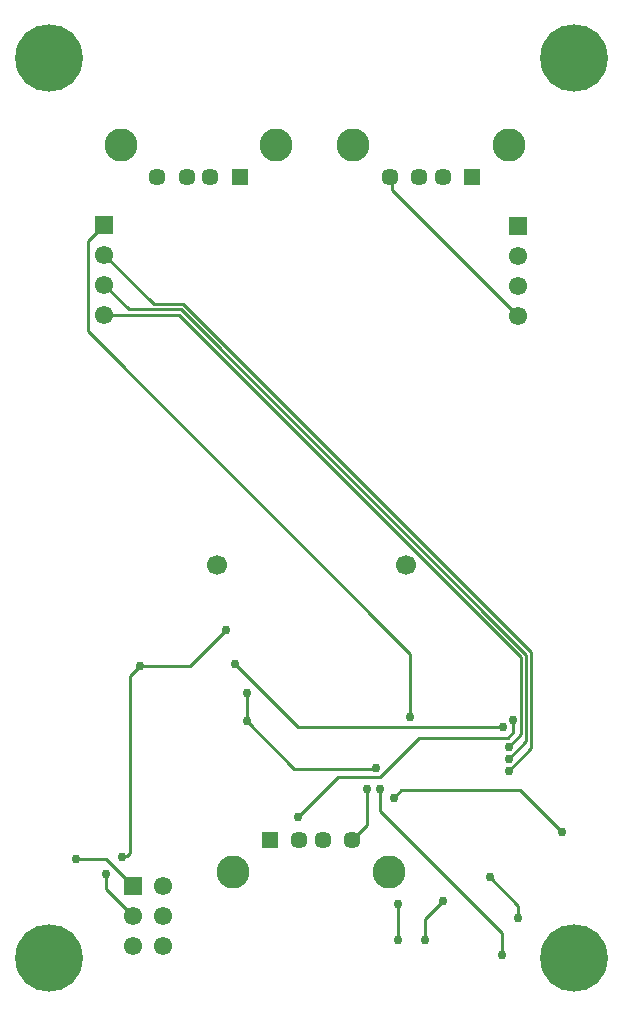
<source format=gbl>
G04*
G04 #@! TF.GenerationSoftware,Altium Limited,Altium Designer,22.3.1 (43)*
G04*
G04 Layer_Physical_Order=2*
G04 Layer_Color=16711680*
%FSLAX24Y24*%
%MOIN*%
G70*
G04*
G04 #@! TF.SameCoordinates,CDBB2D6B-2E46-4EDB-87CF-436FCBA96DB9*
G04*
G04*
G04 #@! TF.FilePolarity,Positive*
G04*
G01*
G75*
%ADD13C,0.0100*%
%ADD49C,0.0669*%
%ADD50R,0.0610X0.0610*%
%ADD51C,0.0610*%
%ADD52C,0.1102*%
%ADD53C,0.0571*%
%ADD54R,0.0571X0.0571*%
%ADD55C,0.2250*%
%ADD56C,0.0300*%
D13*
X21436Y35614D02*
Y35986D01*
X21372Y36050D02*
X21436Y35986D01*
Y35614D02*
X25650Y31400D01*
X20128Y13950D02*
X20600Y14422D01*
Y15650D01*
X18184Y16316D02*
X20912D01*
X19650Y16050D02*
X21050D01*
X22350Y17350D01*
X20912Y16316D02*
X20916Y16320D01*
X18300Y14700D02*
X19650Y16050D01*
X22350Y17350D02*
X25300D01*
X21050Y14900D02*
Y15650D01*
X24700Y12700D02*
X25650Y11750D01*
Y11350D02*
Y11750D01*
X11900Y12300D02*
Y12800D01*
Y12300D02*
X12800Y11400D01*
X11900Y13300D02*
X12800Y12400D01*
X10900Y13300D02*
X11900D01*
X14700Y19750D02*
X15900Y20950D01*
X13050Y19750D02*
X14700D01*
X12600Y13400D02*
X12700Y13500D01*
Y19400D01*
X12438Y13362D02*
X12476Y13400D01*
X12600D01*
X12700Y19400D02*
X13050Y19750D01*
X22050Y18050D02*
Y20150D01*
X11300Y30900D02*
Y33900D01*
Y30900D02*
X22050Y20150D01*
X14420Y31620D02*
X25924Y20116D01*
X12680Y31620D02*
X14420D01*
X11850Y32450D02*
X12680Y31620D01*
X11300Y33900D02*
X11850Y34450D01*
X16200Y19800D02*
X18300Y17700D01*
X25150D01*
X25300Y17350D02*
X25492Y17542D01*
X13510Y31790D02*
X14491D01*
X25350Y16250D02*
X26094Y16994D01*
X11850Y33450D02*
X13510Y31790D01*
X14491D02*
X26094Y20187D01*
Y16994D02*
Y20187D01*
X25492Y17542D02*
Y17926D01*
X25484Y17934D02*
X25492Y17926D01*
X25924Y17224D02*
Y20116D01*
X25350Y16650D02*
X25924Y17224D01*
X25350Y17050D02*
X25754Y17454D01*
Y20046D01*
X14350Y31450D02*
X25754Y20046D01*
X11850Y31450D02*
X14350D01*
X16600Y17900D02*
Y18820D01*
Y17900D02*
X18184Y16316D01*
X21750Y15600D02*
X25700D01*
X27100Y14200D01*
X21500Y15350D02*
X21750Y15600D01*
X21050Y14900D02*
X25100Y10850D01*
Y10100D02*
Y10850D01*
X21650Y10600D02*
Y11800D01*
X22550Y10600D02*
Y11300D01*
X23150Y11900D01*
D49*
X21900Y23100D02*
D03*
X15600D02*
D03*
D50*
X25650Y34400D02*
D03*
X11850Y34450D02*
D03*
X12800Y12400D02*
D03*
D51*
X25650Y33400D02*
D03*
Y32400D02*
D03*
Y31400D02*
D03*
X11850Y33450D02*
D03*
Y32450D02*
D03*
Y31450D02*
D03*
X13800Y12400D02*
D03*
X12800Y11400D02*
D03*
Y10400D02*
D03*
X13800Y11400D02*
D03*
Y10400D02*
D03*
D52*
X12413Y37117D02*
D03*
X17587D02*
D03*
X21337Y12883D02*
D03*
X16163D02*
D03*
X20163Y37117D02*
D03*
X25337D02*
D03*
D53*
X13622Y36050D02*
D03*
X14606D02*
D03*
X15394D02*
D03*
X20128Y13950D02*
D03*
X19144D02*
D03*
X18356D02*
D03*
X21372Y36050D02*
D03*
X22356D02*
D03*
X23144D02*
D03*
D54*
X16378D02*
D03*
X17372Y13950D02*
D03*
X24128Y36050D02*
D03*
D55*
X27500Y40000D02*
D03*
X10000D02*
D03*
Y10000D02*
D03*
X27500D02*
D03*
D56*
X20600Y15650D02*
D03*
X20916Y16320D02*
D03*
X21050Y15650D02*
D03*
X25650Y11350D02*
D03*
X24700Y12700D02*
D03*
X11900Y12800D02*
D03*
X15900Y20950D02*
D03*
X12438Y13362D02*
D03*
X13050Y19750D02*
D03*
X22050Y18050D02*
D03*
X25484Y17934D02*
D03*
X25350Y16250D02*
D03*
Y16650D02*
D03*
Y17050D02*
D03*
X16200Y19800D02*
D03*
X16600Y18820D02*
D03*
Y17900D02*
D03*
X27100Y14200D02*
D03*
X21500Y15350D02*
D03*
X25100Y10100D02*
D03*
X25150Y17700D02*
D03*
X18300Y14700D02*
D03*
X10900Y13300D02*
D03*
X21650Y10600D02*
D03*
X22550D02*
D03*
X21650Y11800D02*
D03*
X23150Y11900D02*
D03*
M02*

</source>
